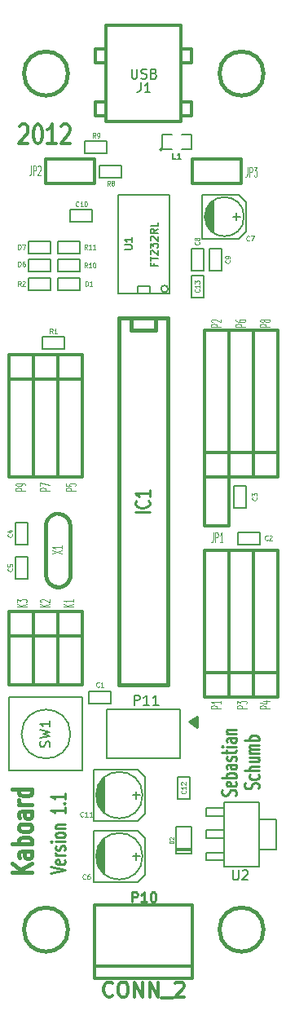
<source format=gto>
G04 (created by PCBNEW (2012-12-10 BZR 3844)-stable) date Thu 10 Jan 2013 10:49:57 AM CET*
%MOIN*%
G04 Gerber Fmt 3.4, Leading zero omitted, Abs format*
%FSLAX34Y34*%
G01*
G70*
G90*
G04 APERTURE LIST*
%ADD10C,0.006*%
%ADD11C,0.012*%
%ADD12C,0.0099*%
%ADD13C,0.015*%
%ADD14C,0.005*%
%ADD15C,0.008*%
%ADD16C,0.0049*%
%ADD17C,0.0079*%
%ADD18C,0.0045*%
%ADD19C,0.0113*%
%ADD20C,0.0039*%
%ADD21C,0.0077*%
%ADD22C,0.0078*%
%ADD23C,0.0047*%
%ADD24C,0.01*%
G04 APERTURE END LIST*
G54D10*
G54D11*
X922Y-4150D02*
X951Y-4112D01*
X1008Y-4074D01*
X1151Y-4074D01*
X1208Y-4112D01*
X1237Y-4150D01*
X1265Y-4226D01*
X1265Y-4302D01*
X1237Y-4417D01*
X894Y-4874D01*
X1265Y-4874D01*
X1636Y-4074D02*
X1693Y-4074D01*
X1750Y-4112D01*
X1779Y-4150D01*
X1808Y-4226D01*
X1836Y-4379D01*
X1836Y-4569D01*
X1808Y-4721D01*
X1779Y-4798D01*
X1750Y-4836D01*
X1693Y-4874D01*
X1636Y-4874D01*
X1579Y-4836D01*
X1550Y-4798D01*
X1522Y-4721D01*
X1493Y-4569D01*
X1493Y-4379D01*
X1522Y-4226D01*
X1550Y-4150D01*
X1579Y-4112D01*
X1636Y-4074D01*
X2407Y-4874D02*
X2064Y-4874D01*
X2236Y-4874D02*
X2236Y-4074D01*
X2179Y-4188D01*
X2121Y-4264D01*
X2064Y-4302D01*
X2635Y-4150D02*
X2664Y-4112D01*
X2721Y-4074D01*
X2864Y-4074D01*
X2921Y-4112D01*
X2950Y-4150D01*
X2978Y-4226D01*
X2978Y-4302D01*
X2950Y-4417D01*
X2607Y-4874D01*
X2978Y-4874D01*
G54D12*
X9761Y-31509D02*
X9789Y-31453D01*
X9789Y-31359D01*
X9761Y-31321D01*
X9732Y-31303D01*
X9676Y-31284D01*
X9620Y-31284D01*
X9564Y-31303D01*
X9535Y-31321D01*
X9507Y-31359D01*
X9479Y-31434D01*
X9451Y-31471D01*
X9423Y-31490D01*
X9367Y-31509D01*
X9310Y-31509D01*
X9254Y-31490D01*
X9226Y-31471D01*
X9198Y-31434D01*
X9198Y-31340D01*
X9226Y-31284D01*
X9761Y-30965D02*
X9789Y-31003D01*
X9789Y-31078D01*
X9761Y-31115D01*
X9704Y-31134D01*
X9479Y-31134D01*
X9423Y-31115D01*
X9395Y-31078D01*
X9395Y-31003D01*
X9423Y-30965D01*
X9479Y-30946D01*
X9535Y-30946D01*
X9592Y-31134D01*
X9789Y-30777D02*
X9198Y-30777D01*
X9423Y-30777D02*
X9395Y-30740D01*
X9395Y-30665D01*
X9423Y-30627D01*
X9451Y-30608D01*
X9507Y-30590D01*
X9676Y-30590D01*
X9732Y-30608D01*
X9761Y-30627D01*
X9789Y-30665D01*
X9789Y-30740D01*
X9761Y-30777D01*
X9789Y-30252D02*
X9479Y-30252D01*
X9423Y-30271D01*
X9395Y-30309D01*
X9395Y-30384D01*
X9423Y-30421D01*
X9761Y-30252D02*
X9789Y-30290D01*
X9789Y-30384D01*
X9761Y-30421D01*
X9704Y-30440D01*
X9648Y-30440D01*
X9592Y-30421D01*
X9564Y-30384D01*
X9564Y-30290D01*
X9535Y-30252D01*
X9761Y-30084D02*
X9789Y-30046D01*
X9789Y-29971D01*
X9761Y-29934D01*
X9704Y-29915D01*
X9676Y-29915D01*
X9620Y-29934D01*
X9592Y-29971D01*
X9592Y-30028D01*
X9564Y-30065D01*
X9507Y-30084D01*
X9479Y-30084D01*
X9423Y-30065D01*
X9395Y-30028D01*
X9395Y-29971D01*
X9423Y-29934D01*
X9395Y-29802D02*
X9395Y-29652D01*
X9198Y-29746D02*
X9704Y-29746D01*
X9761Y-29727D01*
X9789Y-29690D01*
X9789Y-29652D01*
X9789Y-29521D02*
X9395Y-29521D01*
X9198Y-29521D02*
X9226Y-29540D01*
X9254Y-29521D01*
X9226Y-29502D01*
X9198Y-29521D01*
X9254Y-29521D01*
X9789Y-29164D02*
X9479Y-29164D01*
X9423Y-29183D01*
X9395Y-29221D01*
X9395Y-29296D01*
X9423Y-29333D01*
X9761Y-29164D02*
X9789Y-29202D01*
X9789Y-29296D01*
X9761Y-29333D01*
X9704Y-29352D01*
X9648Y-29352D01*
X9592Y-29333D01*
X9564Y-29296D01*
X9564Y-29202D01*
X9535Y-29164D01*
X9395Y-28977D02*
X9789Y-28977D01*
X9451Y-28977D02*
X9423Y-28958D01*
X9395Y-28921D01*
X9395Y-28865D01*
X9423Y-28827D01*
X9479Y-28808D01*
X9789Y-28808D01*
X10687Y-31228D02*
X10715Y-31172D01*
X10715Y-31078D01*
X10687Y-31040D01*
X10658Y-31022D01*
X10602Y-31003D01*
X10546Y-31003D01*
X10490Y-31022D01*
X10461Y-31040D01*
X10433Y-31078D01*
X10405Y-31153D01*
X10377Y-31190D01*
X10349Y-31209D01*
X10293Y-31228D01*
X10236Y-31228D01*
X10180Y-31209D01*
X10152Y-31190D01*
X10124Y-31153D01*
X10124Y-31059D01*
X10152Y-31003D01*
X10687Y-30665D02*
X10715Y-30703D01*
X10715Y-30778D01*
X10687Y-30815D01*
X10658Y-30834D01*
X10602Y-30853D01*
X10433Y-30853D01*
X10377Y-30834D01*
X10349Y-30815D01*
X10321Y-30778D01*
X10321Y-30703D01*
X10349Y-30665D01*
X10715Y-30496D02*
X10124Y-30496D01*
X10715Y-30327D02*
X10405Y-30327D01*
X10349Y-30346D01*
X10321Y-30384D01*
X10321Y-30440D01*
X10349Y-30477D01*
X10377Y-30496D01*
X10321Y-29971D02*
X10715Y-29971D01*
X10321Y-30140D02*
X10630Y-30140D01*
X10687Y-30121D01*
X10715Y-30084D01*
X10715Y-30028D01*
X10687Y-29990D01*
X10658Y-29971D01*
X10715Y-29784D02*
X10321Y-29784D01*
X10377Y-29784D02*
X10349Y-29765D01*
X10321Y-29728D01*
X10321Y-29672D01*
X10349Y-29634D01*
X10405Y-29615D01*
X10715Y-29615D01*
X10405Y-29615D02*
X10349Y-29597D01*
X10321Y-29559D01*
X10321Y-29503D01*
X10349Y-29465D01*
X10405Y-29446D01*
X10715Y-29446D01*
X10715Y-29259D02*
X10124Y-29259D01*
X10349Y-29259D02*
X10321Y-29222D01*
X10321Y-29147D01*
X10349Y-29109D01*
X10377Y-29090D01*
X10433Y-29072D01*
X10602Y-29072D01*
X10658Y-29090D01*
X10687Y-29109D01*
X10715Y-29147D01*
X10715Y-29222D01*
X10687Y-29259D01*
X2198Y-34700D02*
X2789Y-34569D01*
X2198Y-34438D01*
X2761Y-34156D02*
X2789Y-34194D01*
X2789Y-34269D01*
X2761Y-34306D01*
X2704Y-34325D01*
X2479Y-34325D01*
X2423Y-34306D01*
X2395Y-34269D01*
X2395Y-34194D01*
X2423Y-34156D01*
X2479Y-34137D01*
X2535Y-34137D01*
X2592Y-34325D01*
X2789Y-33968D02*
X2395Y-33968D01*
X2507Y-33968D02*
X2451Y-33949D01*
X2423Y-33931D01*
X2395Y-33893D01*
X2395Y-33856D01*
X2761Y-33743D02*
X2789Y-33705D01*
X2789Y-33630D01*
X2761Y-33593D01*
X2704Y-33574D01*
X2676Y-33574D01*
X2620Y-33593D01*
X2592Y-33630D01*
X2592Y-33687D01*
X2564Y-33724D01*
X2507Y-33743D01*
X2479Y-33743D01*
X2423Y-33724D01*
X2395Y-33687D01*
X2395Y-33630D01*
X2423Y-33593D01*
X2789Y-33405D02*
X2395Y-33405D01*
X2198Y-33405D02*
X2226Y-33424D01*
X2254Y-33405D01*
X2226Y-33386D01*
X2198Y-33405D01*
X2254Y-33405D01*
X2789Y-33161D02*
X2761Y-33198D01*
X2732Y-33217D01*
X2676Y-33236D01*
X2507Y-33236D01*
X2451Y-33217D01*
X2423Y-33198D01*
X2395Y-33161D01*
X2395Y-33105D01*
X2423Y-33067D01*
X2451Y-33048D01*
X2507Y-33030D01*
X2676Y-33030D01*
X2732Y-33048D01*
X2761Y-33067D01*
X2789Y-33105D01*
X2789Y-33161D01*
X2395Y-32861D02*
X2789Y-32861D01*
X2451Y-32861D02*
X2423Y-32842D01*
X2395Y-32805D01*
X2395Y-32749D01*
X2423Y-32711D01*
X2479Y-32692D01*
X2789Y-32692D01*
X2789Y-31999D02*
X2789Y-32224D01*
X2789Y-32111D02*
X2198Y-32111D01*
X2282Y-32149D01*
X2338Y-32186D01*
X2367Y-32224D01*
X2732Y-31830D02*
X2761Y-31811D01*
X2789Y-31830D01*
X2761Y-31849D01*
X2732Y-31830D01*
X2789Y-31830D01*
X2789Y-31436D02*
X2789Y-31661D01*
X2789Y-31548D02*
X2198Y-31548D01*
X2282Y-31586D01*
X2338Y-31623D01*
X2367Y-31661D01*
G54D13*
X1424Y-34650D02*
X624Y-34650D01*
X1424Y-34307D02*
X967Y-34564D01*
X624Y-34307D02*
X1081Y-34650D01*
X1424Y-33793D02*
X1005Y-33793D01*
X929Y-33822D01*
X890Y-33879D01*
X890Y-33993D01*
X929Y-34050D01*
X1386Y-33793D02*
X1424Y-33850D01*
X1424Y-33993D01*
X1386Y-34050D01*
X1310Y-34079D01*
X1233Y-34079D01*
X1157Y-34050D01*
X1119Y-33993D01*
X1119Y-33850D01*
X1081Y-33793D01*
X1424Y-33507D02*
X624Y-33507D01*
X929Y-33507D02*
X890Y-33450D01*
X890Y-33336D01*
X929Y-33279D01*
X967Y-33250D01*
X1043Y-33221D01*
X1271Y-33221D01*
X1348Y-33250D01*
X1386Y-33279D01*
X1424Y-33336D01*
X1424Y-33450D01*
X1386Y-33507D01*
X1424Y-32878D02*
X1386Y-32936D01*
X1348Y-32964D01*
X1271Y-32993D01*
X1043Y-32993D01*
X967Y-32964D01*
X929Y-32936D01*
X890Y-32878D01*
X890Y-32793D01*
X929Y-32736D01*
X967Y-32707D01*
X1043Y-32678D01*
X1271Y-32678D01*
X1348Y-32707D01*
X1386Y-32736D01*
X1424Y-32793D01*
X1424Y-32878D01*
X1424Y-32164D02*
X1005Y-32164D01*
X929Y-32193D01*
X890Y-32250D01*
X890Y-32364D01*
X929Y-32421D01*
X1386Y-32164D02*
X1424Y-32221D01*
X1424Y-32364D01*
X1386Y-32421D01*
X1310Y-32450D01*
X1233Y-32450D01*
X1157Y-32421D01*
X1119Y-32364D01*
X1119Y-32221D01*
X1081Y-32164D01*
X1424Y-31878D02*
X890Y-31878D01*
X1043Y-31878D02*
X967Y-31850D01*
X929Y-31821D01*
X890Y-31764D01*
X890Y-31707D01*
X1424Y-31250D02*
X624Y-31250D01*
X1386Y-31250D02*
X1424Y-31307D01*
X1424Y-31421D01*
X1386Y-31479D01*
X1348Y-31507D01*
X1271Y-31536D01*
X1043Y-31536D01*
X967Y-31507D01*
X929Y-31479D01*
X890Y-31421D01*
X890Y-31307D01*
X929Y-31250D01*
X2000Y-22500D02*
X2000Y-20600D01*
X3000Y-20500D02*
X3000Y-22600D01*
X2400Y-20001D02*
G75*
G03X2001Y-20600I100J-499D01*
G74*
G01*
X3000Y-20500D02*
G75*
G03X2500Y-20000I-500J0D01*
G74*
G01*
X2400Y-22999D02*
G75*
G03X2999Y-22600I100J499D01*
G74*
G01*
X2000Y-22500D02*
G75*
G03X2500Y-23000I500J0D01*
G74*
G01*
G54D14*
X11435Y-32490D02*
X11435Y-33710D01*
X11435Y-33710D02*
X10730Y-33710D01*
X11435Y-32490D02*
X10730Y-32490D01*
X8565Y-33845D02*
X8565Y-34165D01*
X8565Y-34165D02*
X9270Y-34165D01*
X8565Y-33845D02*
X9270Y-33845D01*
X8565Y-32940D02*
X9270Y-32940D01*
X8565Y-33260D02*
X9270Y-33260D01*
X8565Y-32940D02*
X8565Y-33260D01*
X8565Y-32035D02*
X8565Y-32355D01*
X8565Y-32355D02*
X9270Y-32355D01*
X8565Y-32035D02*
X9270Y-32035D01*
X9270Y-34420D02*
X9270Y-31780D01*
X9270Y-31780D02*
X10730Y-31780D01*
X10730Y-31780D02*
X10730Y-34420D01*
X10730Y-34420D02*
X9270Y-34420D01*
G54D11*
X4000Y-5500D02*
X4000Y-6500D01*
X4000Y-6500D02*
X2000Y-6500D01*
X2000Y-6500D02*
X2000Y-5500D01*
X2000Y-5500D02*
X4000Y-5500D01*
G54D14*
X3000Y-29000D02*
G75*
G03X3000Y-29000I-1000J0D01*
G74*
G01*
X500Y-30500D02*
X500Y-27500D01*
X500Y-27500D02*
X3500Y-27500D01*
X3500Y-27500D02*
X3500Y-30500D01*
X500Y-30500D02*
X3500Y-30500D01*
X6991Y-10800D02*
G75*
G03X6991Y-10800I-141J0D01*
G74*
G01*
X5750Y-11000D02*
X5750Y-10700D01*
X5750Y-10700D02*
X6250Y-10700D01*
X6250Y-10700D02*
X6250Y-11000D01*
X7050Y-6950D02*
X7050Y-11000D01*
X4950Y-11000D02*
X4950Y-6950D01*
X4950Y-11000D02*
X7050Y-11000D01*
X4950Y-6950D02*
X7050Y-6950D01*
X6750Y-5100D02*
G75*
G03X6750Y-5100I-50J0D01*
G74*
G01*
X7150Y-5100D02*
X6750Y-5100D01*
X6750Y-5100D02*
X6750Y-4500D01*
X6750Y-4500D02*
X7150Y-4500D01*
X7550Y-4500D02*
X7950Y-4500D01*
X7950Y-4500D02*
X7950Y-5100D01*
X7950Y-5100D02*
X7550Y-5100D01*
X2500Y-9600D02*
X3400Y-9600D01*
X3400Y-9600D02*
X3400Y-10100D01*
X3400Y-10100D02*
X2500Y-10100D01*
X2500Y-10100D02*
X2500Y-9600D01*
X1850Y-12750D02*
X2750Y-12750D01*
X2750Y-12750D02*
X2750Y-13250D01*
X2750Y-13250D02*
X1850Y-13250D01*
X1850Y-13250D02*
X1850Y-12750D01*
X3750Y-27250D02*
X4650Y-27250D01*
X4650Y-27250D02*
X4650Y-27750D01*
X4650Y-27750D02*
X3750Y-27750D01*
X3750Y-27750D02*
X3750Y-27250D01*
X5100Y-6250D02*
X4200Y-6250D01*
X4200Y-6250D02*
X4200Y-5750D01*
X4200Y-5750D02*
X5100Y-5750D01*
X5100Y-5750D02*
X5100Y-6250D01*
X4500Y-5250D02*
X3600Y-5250D01*
X3600Y-5250D02*
X3600Y-4750D01*
X3600Y-4750D02*
X4500Y-4750D01*
X4500Y-4750D02*
X4500Y-5250D01*
X2500Y-8850D02*
X3400Y-8850D01*
X3400Y-8850D02*
X3400Y-9350D01*
X3400Y-9350D02*
X2500Y-9350D01*
X2500Y-9350D02*
X2500Y-8850D01*
X1300Y-8850D02*
X2200Y-8850D01*
X2200Y-8850D02*
X2200Y-9350D01*
X2200Y-9350D02*
X1300Y-9350D01*
X1300Y-9350D02*
X1300Y-8850D01*
X9850Y-20750D02*
X10750Y-20750D01*
X10750Y-20750D02*
X10750Y-21250D01*
X10750Y-21250D02*
X9850Y-21250D01*
X9850Y-21250D02*
X9850Y-20750D01*
X10200Y-18850D02*
X10200Y-19750D01*
X10200Y-19750D02*
X9700Y-19750D01*
X9700Y-19750D02*
X9700Y-18850D01*
X9700Y-18850D02*
X10200Y-18850D01*
X750Y-21250D02*
X750Y-20350D01*
X750Y-20350D02*
X1250Y-20350D01*
X1250Y-20350D02*
X1250Y-21250D01*
X1250Y-21250D02*
X750Y-21250D01*
X1250Y-21750D02*
X1250Y-22650D01*
X1250Y-22650D02*
X750Y-22650D01*
X750Y-22650D02*
X750Y-21750D01*
X750Y-21750D02*
X1250Y-21750D01*
X7950Y-10050D02*
X7950Y-9150D01*
X7950Y-9150D02*
X8450Y-9150D01*
X8450Y-9150D02*
X8450Y-10050D01*
X8450Y-10050D02*
X7950Y-10050D01*
X8700Y-10050D02*
X8700Y-9150D01*
X8700Y-9150D02*
X9200Y-9150D01*
X9200Y-9150D02*
X9200Y-10050D01*
X9200Y-10050D02*
X8700Y-10050D01*
X3900Y-8050D02*
X3000Y-8050D01*
X3000Y-8050D02*
X3000Y-7550D01*
X3000Y-7550D02*
X3900Y-7550D01*
X3900Y-7550D02*
X3900Y-8050D01*
X1300Y-9600D02*
X2200Y-9600D01*
X2200Y-9600D02*
X2200Y-10100D01*
X2200Y-10100D02*
X1300Y-10100D01*
X1300Y-10100D02*
X1300Y-9600D01*
G54D11*
X9500Y-27500D02*
X8500Y-27500D01*
X8500Y-27500D02*
X8500Y-21500D01*
X8500Y-21500D02*
X9500Y-21500D01*
X9500Y-21500D02*
X9500Y-27500D01*
X9500Y-26500D02*
X8500Y-26500D01*
X9500Y-18500D02*
X8500Y-18500D01*
X8500Y-18500D02*
X8500Y-12500D01*
X8500Y-12500D02*
X9500Y-12500D01*
X9500Y-12500D02*
X9500Y-18500D01*
X9500Y-17500D02*
X8500Y-17500D01*
X10500Y-27500D02*
X9500Y-27500D01*
X9500Y-27500D02*
X9500Y-21500D01*
X9500Y-21500D02*
X10500Y-21500D01*
X10500Y-21500D02*
X10500Y-27500D01*
X10500Y-26500D02*
X9500Y-26500D01*
X11500Y-27500D02*
X10500Y-27500D01*
X10500Y-27500D02*
X10500Y-21500D01*
X10500Y-21500D02*
X11500Y-21500D01*
X11500Y-21500D02*
X11500Y-27500D01*
X11500Y-26500D02*
X10500Y-26500D01*
X10500Y-18500D02*
X9500Y-18500D01*
X9500Y-18500D02*
X9500Y-12500D01*
X9500Y-12500D02*
X10500Y-12500D01*
X10500Y-12500D02*
X10500Y-18500D01*
X10500Y-17500D02*
X9500Y-17500D01*
X11500Y-18500D02*
X10500Y-18500D01*
X10500Y-18500D02*
X10500Y-12500D01*
X10500Y-12500D02*
X11500Y-12500D01*
X11500Y-12500D02*
X11500Y-18500D01*
X11500Y-17500D02*
X10500Y-17500D01*
X2500Y-13500D02*
X3500Y-13500D01*
X3500Y-13500D02*
X3500Y-18500D01*
X3500Y-18500D02*
X2500Y-18500D01*
X2500Y-18500D02*
X2500Y-13500D01*
X2500Y-14500D02*
X3500Y-14500D01*
X1500Y-13500D02*
X2500Y-13500D01*
X2500Y-13500D02*
X2500Y-18500D01*
X2500Y-18500D02*
X1500Y-18500D01*
X1500Y-18500D02*
X1500Y-13500D01*
X1500Y-14500D02*
X2500Y-14500D01*
X500Y-13500D02*
X1500Y-13500D01*
X1500Y-13500D02*
X1500Y-18500D01*
X1500Y-18500D02*
X500Y-18500D01*
X500Y-18500D02*
X500Y-13500D01*
X500Y-14500D02*
X1500Y-14500D01*
X500Y-24000D02*
X1500Y-24000D01*
X1500Y-24000D02*
X1500Y-27000D01*
X1500Y-27000D02*
X500Y-27000D01*
X500Y-27000D02*
X500Y-24000D01*
X1500Y-25000D02*
X500Y-25000D01*
X1500Y-24000D02*
X2500Y-24000D01*
X2500Y-24000D02*
X2500Y-27000D01*
X2500Y-27000D02*
X1500Y-27000D01*
X1500Y-27000D02*
X1500Y-24000D01*
X2500Y-25000D02*
X1500Y-25000D01*
X2500Y-24000D02*
X3500Y-24000D01*
X3500Y-24000D02*
X3500Y-27000D01*
X3500Y-27000D02*
X2500Y-27000D01*
X2500Y-27000D02*
X2500Y-24000D01*
X3500Y-25000D02*
X2500Y-25000D01*
X8000Y-6500D02*
X8000Y-5500D01*
X8000Y-5500D02*
X10000Y-5500D01*
X10000Y-5500D02*
X10000Y-6500D01*
X10000Y-6500D02*
X8000Y-6500D01*
X8500Y-18500D02*
X9500Y-18500D01*
X9500Y-18500D02*
X9500Y-20500D01*
X9500Y-20500D02*
X8500Y-20500D01*
X8500Y-20500D02*
X8500Y-18500D01*
G54D13*
X7000Y-12000D02*
X7000Y-27000D01*
X7000Y-27000D02*
X5000Y-27000D01*
X5000Y-27000D02*
X5000Y-12000D01*
X5000Y-12000D02*
X7000Y-12000D01*
X6500Y-12000D02*
X6500Y-12500D01*
X6500Y-12500D02*
X5500Y-12500D01*
X5500Y-12500D02*
X5500Y-12000D01*
G54D14*
X7400Y-31650D02*
X7400Y-30750D01*
X7400Y-30750D02*
X7900Y-30750D01*
X7900Y-30750D02*
X7900Y-31650D01*
X7900Y-31650D02*
X7400Y-31650D01*
X1300Y-10350D02*
X2200Y-10350D01*
X2200Y-10350D02*
X2200Y-10850D01*
X2200Y-10850D02*
X1300Y-10850D01*
X1300Y-10850D02*
X1300Y-10350D01*
X2500Y-10350D02*
X3400Y-10350D01*
X3400Y-10350D02*
X3400Y-10850D01*
X3400Y-10850D02*
X2500Y-10850D01*
X2500Y-10850D02*
X2500Y-10350D01*
G54D11*
X8000Y-38500D02*
X4000Y-38500D01*
X8000Y-39000D02*
X8000Y-36000D01*
X8000Y-36000D02*
X4000Y-36000D01*
X4000Y-36000D02*
X4000Y-39000D01*
X4000Y-39000D02*
X8000Y-39000D01*
G54D14*
X7335Y-33704D02*
X7965Y-33704D01*
X7965Y-33744D02*
X7335Y-33744D01*
X7965Y-32799D02*
X7965Y-33901D01*
X7965Y-33901D02*
X7335Y-33901D01*
X7335Y-33901D02*
X7335Y-32799D01*
X7335Y-32799D02*
X7965Y-32799D01*
G54D13*
X2900Y-2000D02*
G75*
G03X2900Y-2000I-900J0D01*
G74*
G01*
X10900Y-2000D02*
G75*
G03X10900Y-2000I-900J0D01*
G74*
G01*
X2900Y-37000D02*
G75*
G03X2900Y-37000I-900J0D01*
G74*
G01*
X10900Y-37000D02*
G75*
G03X10900Y-37000I-900J0D01*
G74*
G01*
G54D11*
X7535Y-3734D02*
X7969Y-3734D01*
X7969Y-3734D02*
X7969Y-3143D01*
X7969Y-3143D02*
X7535Y-3143D01*
X4031Y-3142D02*
X4465Y-3142D01*
X4031Y-3733D02*
X4031Y-3142D01*
X4465Y-3733D02*
X4031Y-3733D01*
X4465Y-1567D02*
X4031Y-1567D01*
X4031Y-1567D02*
X4031Y-976D01*
X4031Y-976D02*
X4465Y-976D01*
X7535Y-1567D02*
X7969Y-1567D01*
X7969Y-1567D02*
X7969Y-976D01*
X7969Y-976D02*
X7535Y-976D01*
X7535Y-31D02*
X4465Y-31D01*
X4465Y-31D02*
X4465Y-3969D01*
X4465Y-3969D02*
X7535Y-3969D01*
X7535Y-3969D02*
X7535Y-31D01*
G54D15*
X4500Y-28000D02*
X7500Y-28000D01*
X7500Y-30000D02*
X4500Y-30000D01*
X4500Y-30000D02*
X4500Y-28000D01*
X7500Y-28000D02*
X7500Y-30000D01*
G54D14*
X4100Y-33750D02*
X4100Y-34300D01*
X4150Y-33650D02*
X4150Y-34350D01*
X4200Y-33500D02*
X4200Y-34500D01*
X4250Y-34550D02*
X4250Y-33450D01*
X4300Y-33400D02*
X4300Y-34600D01*
X4350Y-34650D02*
X4350Y-33350D01*
X4400Y-33300D02*
X4400Y-34700D01*
X5950Y-34000D02*
G75*
G03X5950Y-34000I-950J0D01*
G74*
G01*
X3950Y-32950D02*
X5750Y-32950D01*
X5750Y-32950D02*
X6050Y-33250D01*
X6050Y-33250D02*
X6050Y-34750D01*
X6050Y-34750D02*
X5750Y-35050D01*
X5750Y-35050D02*
X3950Y-35050D01*
X3950Y-35050D02*
X3950Y-32950D01*
X5850Y-34000D02*
X5550Y-34000D01*
X5700Y-33850D02*
X5700Y-34150D01*
X4100Y-31250D02*
X4100Y-31800D01*
X4150Y-31150D02*
X4150Y-31850D01*
X4200Y-31000D02*
X4200Y-32000D01*
X4250Y-32050D02*
X4250Y-30950D01*
X4300Y-30900D02*
X4300Y-32100D01*
X4350Y-32150D02*
X4350Y-30850D01*
X4400Y-30800D02*
X4400Y-32200D01*
X5950Y-31500D02*
G75*
G03X5950Y-31500I-950J0D01*
G74*
G01*
X3950Y-30450D02*
X5750Y-30450D01*
X5750Y-30450D02*
X6050Y-30750D01*
X6050Y-30750D02*
X6050Y-32250D01*
X6050Y-32250D02*
X5750Y-32550D01*
X5750Y-32550D02*
X3950Y-32550D01*
X3950Y-32550D02*
X3950Y-30450D01*
X5850Y-31500D02*
X5550Y-31500D01*
X5700Y-31350D02*
X5700Y-31650D01*
X9950Y-7850D02*
X9650Y-7850D01*
X9800Y-7700D02*
X9800Y-8000D01*
X9900Y-8750D02*
X8400Y-8750D01*
X10200Y-7250D02*
X10200Y-8450D01*
X9900Y-8750D02*
X10200Y-8450D01*
X9900Y-6950D02*
X8400Y-6950D01*
X9900Y-6950D02*
X10200Y-7250D01*
X8500Y-7900D02*
X8500Y-7800D01*
X8550Y-7600D02*
X8550Y-8100D01*
X8600Y-8200D02*
X8600Y-7500D01*
X8650Y-8300D02*
X8650Y-7400D01*
X8700Y-7350D02*
X8700Y-8350D01*
X8750Y-8400D02*
X8750Y-7300D01*
X8800Y-7250D02*
X8800Y-8450D01*
X8850Y-7200D02*
X8850Y-8500D01*
X10100Y-7850D02*
G75*
G03X10100Y-7850I-800J0D01*
G74*
G01*
X8400Y-6950D02*
X8400Y-8750D01*
X8450Y-10250D02*
X8450Y-11150D01*
X8450Y-11150D02*
X7950Y-11150D01*
X7950Y-11150D02*
X7950Y-10250D01*
X7950Y-10250D02*
X8450Y-10250D01*
G54D16*
X2265Y-21610D02*
X2659Y-21479D01*
X2265Y-21479D02*
X2659Y-21610D01*
X2659Y-21300D02*
X2659Y-21412D01*
X2659Y-21356D02*
X2265Y-21356D01*
X2322Y-21375D01*
X2359Y-21394D01*
X2378Y-21412D01*
G54D17*
X9650Y-34565D02*
X9650Y-34884D01*
X9669Y-34922D01*
X9687Y-34941D01*
X9725Y-34959D01*
X9800Y-34959D01*
X9837Y-34941D01*
X9856Y-34922D01*
X9875Y-34884D01*
X9875Y-34565D01*
X10044Y-34603D02*
X10063Y-34584D01*
X10100Y-34565D01*
X10194Y-34565D01*
X10232Y-34584D01*
X10250Y-34603D01*
X10269Y-34641D01*
X10269Y-34678D01*
X10250Y-34734D01*
X10025Y-34959D01*
X10269Y-34959D01*
G54D16*
X1386Y-5765D02*
X1386Y-6047D01*
X1377Y-6103D01*
X1358Y-6141D01*
X1330Y-6159D01*
X1311Y-6159D01*
X1480Y-6159D02*
X1480Y-5765D01*
X1555Y-5765D01*
X1574Y-5784D01*
X1583Y-5803D01*
X1592Y-5841D01*
X1592Y-5897D01*
X1583Y-5934D01*
X1574Y-5953D01*
X1555Y-5972D01*
X1480Y-5972D01*
X1668Y-5803D02*
X1677Y-5784D01*
X1696Y-5765D01*
X1743Y-5765D01*
X1761Y-5784D01*
X1771Y-5803D01*
X1780Y-5841D01*
X1780Y-5878D01*
X1771Y-5934D01*
X1658Y-6159D01*
X1780Y-6159D01*
G54D15*
X2143Y-29533D02*
X2162Y-29476D01*
X2162Y-29380D01*
X2143Y-29342D01*
X2124Y-29323D01*
X2086Y-29304D01*
X2048Y-29304D01*
X2010Y-29323D01*
X1990Y-29342D01*
X1971Y-29380D01*
X1952Y-29457D01*
X1933Y-29495D01*
X1914Y-29514D01*
X1876Y-29533D01*
X1838Y-29533D01*
X1800Y-29514D01*
X1781Y-29495D01*
X1762Y-29457D01*
X1762Y-29361D01*
X1781Y-29304D01*
X1762Y-29171D02*
X2162Y-29076D01*
X1876Y-28999D01*
X2162Y-28923D01*
X1762Y-28828D01*
X2162Y-28466D02*
X2162Y-28695D01*
X2162Y-28581D02*
X1762Y-28581D01*
X1819Y-28619D01*
X1857Y-28657D01*
X1876Y-28695D01*
G54D14*
X5221Y-9179D02*
X5464Y-9179D01*
X5493Y-9164D01*
X5507Y-9150D01*
X5521Y-9121D01*
X5521Y-9064D01*
X5507Y-9036D01*
X5493Y-9021D01*
X5464Y-9007D01*
X5221Y-9007D01*
X5521Y-8707D02*
X5521Y-8879D01*
X5521Y-8793D02*
X5221Y-8793D01*
X5264Y-8822D01*
X5293Y-8850D01*
X5307Y-8879D01*
X6414Y-9772D02*
X6414Y-9872D01*
X6571Y-9872D02*
X6271Y-9872D01*
X6271Y-9729D01*
X6271Y-9657D02*
X6271Y-9486D01*
X6571Y-9572D02*
X6271Y-9572D01*
X6300Y-9400D02*
X6286Y-9386D01*
X6271Y-9357D01*
X6271Y-9286D01*
X6286Y-9257D01*
X6300Y-9243D01*
X6329Y-9228D01*
X6357Y-9228D01*
X6400Y-9243D01*
X6571Y-9414D01*
X6571Y-9228D01*
X6271Y-9128D02*
X6271Y-8942D01*
X6386Y-9042D01*
X6386Y-9000D01*
X6400Y-8971D01*
X6414Y-8957D01*
X6443Y-8942D01*
X6514Y-8942D01*
X6543Y-8957D01*
X6557Y-8971D01*
X6571Y-9000D01*
X6571Y-9085D01*
X6557Y-9114D01*
X6543Y-9128D01*
X6300Y-8828D02*
X6286Y-8814D01*
X6271Y-8785D01*
X6271Y-8714D01*
X6286Y-8685D01*
X6300Y-8671D01*
X6329Y-8656D01*
X6357Y-8656D01*
X6400Y-8671D01*
X6571Y-8842D01*
X6571Y-8656D01*
X6571Y-8356D02*
X6429Y-8456D01*
X6571Y-8528D02*
X6271Y-8528D01*
X6271Y-8413D01*
X6286Y-8385D01*
X6300Y-8370D01*
X6329Y-8356D01*
X6371Y-8356D01*
X6400Y-8370D01*
X6414Y-8385D01*
X6429Y-8413D01*
X6429Y-8528D01*
X6571Y-8085D02*
X6571Y-8228D01*
X6271Y-8228D01*
X7309Y-5501D02*
X7190Y-5501D01*
X7190Y-5251D01*
X7522Y-5501D02*
X7380Y-5501D01*
X7451Y-5501D02*
X7451Y-5251D01*
X7427Y-5287D01*
X7403Y-5311D01*
X7380Y-5323D01*
G54D18*
X3685Y-9931D02*
X3625Y-9836D01*
X3582Y-9931D02*
X3582Y-9731D01*
X3650Y-9731D01*
X3668Y-9740D01*
X3676Y-9750D01*
X3685Y-9769D01*
X3685Y-9798D01*
X3676Y-9817D01*
X3668Y-9826D01*
X3650Y-9836D01*
X3582Y-9836D01*
X3856Y-9931D02*
X3753Y-9931D01*
X3805Y-9931D02*
X3805Y-9731D01*
X3788Y-9760D01*
X3770Y-9779D01*
X3753Y-9788D01*
X3967Y-9731D02*
X3984Y-9731D01*
X4001Y-9740D01*
X4010Y-9750D01*
X4019Y-9769D01*
X4027Y-9807D01*
X4027Y-9855D01*
X4019Y-9893D01*
X4010Y-9912D01*
X4001Y-9921D01*
X3984Y-9931D01*
X3967Y-9931D01*
X3950Y-9921D01*
X3941Y-9912D01*
X3933Y-9893D01*
X3924Y-9855D01*
X3924Y-9807D01*
X3933Y-9769D01*
X3941Y-9750D01*
X3950Y-9740D01*
X3967Y-9731D01*
X2271Y-12631D02*
X2211Y-12536D01*
X2168Y-12631D02*
X2168Y-12431D01*
X2236Y-12431D01*
X2254Y-12440D01*
X2262Y-12450D01*
X2271Y-12469D01*
X2271Y-12498D01*
X2262Y-12517D01*
X2254Y-12526D01*
X2236Y-12536D01*
X2168Y-12536D01*
X2442Y-12631D02*
X2339Y-12631D01*
X2391Y-12631D02*
X2391Y-12431D01*
X2374Y-12460D01*
X2356Y-12479D01*
X2339Y-12488D01*
X4171Y-27062D02*
X4162Y-27071D01*
X4136Y-27081D01*
X4119Y-27081D01*
X4094Y-27071D01*
X4076Y-27052D01*
X4068Y-27033D01*
X4059Y-26995D01*
X4059Y-26967D01*
X4068Y-26929D01*
X4076Y-26910D01*
X4094Y-26890D01*
X4119Y-26881D01*
X4136Y-26881D01*
X4162Y-26890D01*
X4171Y-26900D01*
X4342Y-27081D02*
X4239Y-27081D01*
X4291Y-27081D02*
X4291Y-26881D01*
X4274Y-26910D01*
X4256Y-26929D01*
X4239Y-26938D01*
X4621Y-6581D02*
X4561Y-6486D01*
X4518Y-6581D02*
X4518Y-6381D01*
X4586Y-6381D01*
X4604Y-6390D01*
X4612Y-6400D01*
X4621Y-6419D01*
X4621Y-6448D01*
X4612Y-6467D01*
X4604Y-6476D01*
X4586Y-6486D01*
X4518Y-6486D01*
X4724Y-6467D02*
X4706Y-6457D01*
X4698Y-6448D01*
X4689Y-6429D01*
X4689Y-6419D01*
X4698Y-6400D01*
X4706Y-6390D01*
X4724Y-6381D01*
X4758Y-6381D01*
X4775Y-6390D01*
X4784Y-6400D01*
X4792Y-6419D01*
X4792Y-6429D01*
X4784Y-6448D01*
X4775Y-6457D01*
X4758Y-6467D01*
X4724Y-6467D01*
X4706Y-6476D01*
X4698Y-6486D01*
X4689Y-6505D01*
X4689Y-6543D01*
X4698Y-6562D01*
X4706Y-6571D01*
X4724Y-6581D01*
X4758Y-6581D01*
X4775Y-6571D01*
X4784Y-6562D01*
X4792Y-6543D01*
X4792Y-6505D01*
X4784Y-6486D01*
X4775Y-6476D01*
X4758Y-6467D01*
X4021Y-4631D02*
X3961Y-4536D01*
X3918Y-4631D02*
X3918Y-4431D01*
X3986Y-4431D01*
X4004Y-4440D01*
X4012Y-4450D01*
X4021Y-4469D01*
X4021Y-4498D01*
X4012Y-4517D01*
X4004Y-4526D01*
X3986Y-4536D01*
X3918Y-4536D01*
X4106Y-4631D02*
X4141Y-4631D01*
X4158Y-4621D01*
X4166Y-4612D01*
X4184Y-4583D01*
X4192Y-4545D01*
X4192Y-4469D01*
X4184Y-4450D01*
X4175Y-4440D01*
X4158Y-4431D01*
X4124Y-4431D01*
X4106Y-4440D01*
X4098Y-4450D01*
X4089Y-4469D01*
X4089Y-4517D01*
X4098Y-4536D01*
X4106Y-4545D01*
X4124Y-4555D01*
X4158Y-4555D01*
X4175Y-4545D01*
X4184Y-4536D01*
X4192Y-4517D01*
X3685Y-9181D02*
X3625Y-9086D01*
X3582Y-9181D02*
X3582Y-8981D01*
X3650Y-8981D01*
X3668Y-8990D01*
X3676Y-9000D01*
X3685Y-9019D01*
X3685Y-9048D01*
X3676Y-9067D01*
X3668Y-9076D01*
X3650Y-9086D01*
X3582Y-9086D01*
X3856Y-9181D02*
X3753Y-9181D01*
X3805Y-9181D02*
X3805Y-8981D01*
X3788Y-9010D01*
X3770Y-9029D01*
X3753Y-9038D01*
X4027Y-9181D02*
X3924Y-9181D01*
X3976Y-9181D02*
X3976Y-8981D01*
X3959Y-9010D01*
X3941Y-9029D01*
X3924Y-9038D01*
X868Y-9181D02*
X868Y-8981D01*
X911Y-8981D01*
X936Y-8990D01*
X954Y-9010D01*
X962Y-9029D01*
X971Y-9067D01*
X971Y-9095D01*
X962Y-9133D01*
X954Y-9152D01*
X936Y-9171D01*
X911Y-9181D01*
X868Y-9181D01*
X1031Y-8981D02*
X1151Y-8981D01*
X1074Y-9181D01*
X11071Y-21062D02*
X11062Y-21071D01*
X11036Y-21081D01*
X11019Y-21081D01*
X10994Y-21071D01*
X10976Y-21052D01*
X10968Y-21033D01*
X10959Y-20995D01*
X10959Y-20967D01*
X10968Y-20929D01*
X10976Y-20910D01*
X10994Y-20890D01*
X11019Y-20881D01*
X11036Y-20881D01*
X11062Y-20890D01*
X11071Y-20900D01*
X11139Y-20900D02*
X11148Y-20890D01*
X11165Y-20881D01*
X11208Y-20881D01*
X11225Y-20890D01*
X11234Y-20900D01*
X11242Y-20919D01*
X11242Y-20938D01*
X11234Y-20967D01*
X11131Y-21081D01*
X11242Y-21081D01*
X10612Y-19329D02*
X10621Y-19338D01*
X10631Y-19364D01*
X10631Y-19381D01*
X10621Y-19406D01*
X10602Y-19424D01*
X10583Y-19432D01*
X10545Y-19441D01*
X10517Y-19441D01*
X10479Y-19432D01*
X10460Y-19424D01*
X10440Y-19406D01*
X10431Y-19381D01*
X10431Y-19364D01*
X10440Y-19338D01*
X10450Y-19329D01*
X10431Y-19269D02*
X10431Y-19158D01*
X10507Y-19218D01*
X10507Y-19192D01*
X10517Y-19175D01*
X10526Y-19166D01*
X10545Y-19158D01*
X10593Y-19158D01*
X10612Y-19166D01*
X10621Y-19175D01*
X10631Y-19192D01*
X10631Y-19244D01*
X10621Y-19261D01*
X10612Y-19269D01*
X612Y-20829D02*
X621Y-20838D01*
X631Y-20864D01*
X631Y-20881D01*
X621Y-20906D01*
X602Y-20924D01*
X583Y-20932D01*
X545Y-20941D01*
X517Y-20941D01*
X479Y-20932D01*
X460Y-20924D01*
X440Y-20906D01*
X431Y-20881D01*
X431Y-20864D01*
X440Y-20838D01*
X450Y-20829D01*
X498Y-20675D02*
X631Y-20675D01*
X421Y-20718D02*
X564Y-20761D01*
X564Y-20649D01*
X612Y-22229D02*
X621Y-22238D01*
X631Y-22264D01*
X631Y-22281D01*
X621Y-22306D01*
X602Y-22324D01*
X583Y-22332D01*
X545Y-22341D01*
X517Y-22341D01*
X479Y-22332D01*
X460Y-22324D01*
X440Y-22306D01*
X431Y-22281D01*
X431Y-22264D01*
X440Y-22238D01*
X450Y-22229D01*
X431Y-22066D02*
X431Y-22152D01*
X526Y-22161D01*
X517Y-22152D01*
X507Y-22135D01*
X507Y-22092D01*
X517Y-22075D01*
X526Y-22066D01*
X545Y-22058D01*
X593Y-22058D01*
X612Y-22066D01*
X621Y-22075D01*
X631Y-22092D01*
X631Y-22135D01*
X621Y-22152D01*
X612Y-22161D01*
X8262Y-8879D02*
X8271Y-8888D01*
X8281Y-8914D01*
X8281Y-8931D01*
X8271Y-8956D01*
X8252Y-8974D01*
X8233Y-8982D01*
X8195Y-8991D01*
X8167Y-8991D01*
X8129Y-8982D01*
X8110Y-8974D01*
X8090Y-8956D01*
X8081Y-8931D01*
X8081Y-8914D01*
X8090Y-8888D01*
X8100Y-8879D01*
X8167Y-8776D02*
X8157Y-8794D01*
X8148Y-8802D01*
X8129Y-8811D01*
X8119Y-8811D01*
X8100Y-8802D01*
X8090Y-8794D01*
X8081Y-8776D01*
X8081Y-8742D01*
X8090Y-8725D01*
X8100Y-8716D01*
X8119Y-8708D01*
X8129Y-8708D01*
X8148Y-8716D01*
X8157Y-8725D01*
X8167Y-8742D01*
X8167Y-8776D01*
X8176Y-8794D01*
X8186Y-8802D01*
X8205Y-8811D01*
X8243Y-8811D01*
X8262Y-8802D01*
X8271Y-8794D01*
X8281Y-8776D01*
X8281Y-8742D01*
X8271Y-8725D01*
X8262Y-8716D01*
X8243Y-8708D01*
X8205Y-8708D01*
X8186Y-8716D01*
X8176Y-8725D01*
X8167Y-8742D01*
X9512Y-9629D02*
X9521Y-9638D01*
X9531Y-9664D01*
X9531Y-9681D01*
X9521Y-9706D01*
X9502Y-9724D01*
X9483Y-9732D01*
X9445Y-9741D01*
X9417Y-9741D01*
X9379Y-9732D01*
X9360Y-9724D01*
X9340Y-9706D01*
X9331Y-9681D01*
X9331Y-9664D01*
X9340Y-9638D01*
X9350Y-9629D01*
X9531Y-9544D02*
X9531Y-9509D01*
X9521Y-9492D01*
X9512Y-9484D01*
X9483Y-9466D01*
X9445Y-9458D01*
X9369Y-9458D01*
X9350Y-9466D01*
X9340Y-9475D01*
X9331Y-9492D01*
X9331Y-9526D01*
X9340Y-9544D01*
X9350Y-9552D01*
X9369Y-9561D01*
X9417Y-9561D01*
X9436Y-9552D01*
X9445Y-9544D01*
X9455Y-9526D01*
X9455Y-9492D01*
X9445Y-9475D01*
X9436Y-9466D01*
X9417Y-9458D01*
X3335Y-7412D02*
X3326Y-7421D01*
X3300Y-7431D01*
X3283Y-7431D01*
X3258Y-7421D01*
X3240Y-7402D01*
X3232Y-7383D01*
X3223Y-7345D01*
X3223Y-7317D01*
X3232Y-7279D01*
X3240Y-7260D01*
X3258Y-7240D01*
X3283Y-7231D01*
X3300Y-7231D01*
X3326Y-7240D01*
X3335Y-7250D01*
X3506Y-7431D02*
X3403Y-7431D01*
X3455Y-7431D02*
X3455Y-7231D01*
X3438Y-7260D01*
X3420Y-7279D01*
X3403Y-7288D01*
X3617Y-7231D02*
X3634Y-7231D01*
X3651Y-7240D01*
X3660Y-7250D01*
X3669Y-7269D01*
X3677Y-7307D01*
X3677Y-7355D01*
X3669Y-7393D01*
X3660Y-7412D01*
X3651Y-7421D01*
X3634Y-7431D01*
X3617Y-7431D01*
X3600Y-7421D01*
X3591Y-7412D01*
X3583Y-7393D01*
X3574Y-7355D01*
X3574Y-7307D01*
X3583Y-7269D01*
X3591Y-7250D01*
X3600Y-7240D01*
X3617Y-7231D01*
X868Y-9881D02*
X868Y-9681D01*
X911Y-9681D01*
X936Y-9690D01*
X954Y-9710D01*
X962Y-9729D01*
X971Y-9767D01*
X971Y-9795D01*
X962Y-9833D01*
X954Y-9852D01*
X936Y-9871D01*
X911Y-9881D01*
X868Y-9881D01*
X1125Y-9681D02*
X1091Y-9681D01*
X1074Y-9690D01*
X1065Y-9700D01*
X1048Y-9729D01*
X1039Y-9767D01*
X1039Y-9843D01*
X1048Y-9862D01*
X1056Y-9871D01*
X1074Y-9881D01*
X1108Y-9881D01*
X1125Y-9871D01*
X1134Y-9862D01*
X1142Y-9843D01*
X1142Y-9795D01*
X1134Y-9776D01*
X1125Y-9767D01*
X1108Y-9757D01*
X1074Y-9757D01*
X1056Y-9767D01*
X1048Y-9776D01*
X1039Y-9795D01*
G54D16*
X9159Y-27945D02*
X8765Y-27945D01*
X8765Y-27870D01*
X8784Y-27851D01*
X8803Y-27842D01*
X8841Y-27833D01*
X8897Y-27833D01*
X8934Y-27842D01*
X8953Y-27851D01*
X8972Y-27870D01*
X8972Y-27945D01*
X9159Y-27645D02*
X9159Y-27757D01*
X9159Y-27701D02*
X8765Y-27701D01*
X8822Y-27720D01*
X8859Y-27739D01*
X8878Y-27757D01*
X9159Y-12345D02*
X8765Y-12345D01*
X8765Y-12270D01*
X8784Y-12251D01*
X8803Y-12242D01*
X8841Y-12233D01*
X8897Y-12233D01*
X8934Y-12242D01*
X8953Y-12251D01*
X8972Y-12270D01*
X8972Y-12345D01*
X8803Y-12157D02*
X8784Y-12148D01*
X8765Y-12129D01*
X8765Y-12082D01*
X8784Y-12064D01*
X8803Y-12054D01*
X8841Y-12045D01*
X8878Y-12045D01*
X8934Y-12054D01*
X9159Y-12167D01*
X9159Y-12045D01*
X10209Y-27945D02*
X9815Y-27945D01*
X9815Y-27870D01*
X9834Y-27851D01*
X9853Y-27842D01*
X9891Y-27833D01*
X9947Y-27833D01*
X9984Y-27842D01*
X10003Y-27851D01*
X10022Y-27870D01*
X10022Y-27945D01*
X9815Y-27767D02*
X9815Y-27645D01*
X9966Y-27711D01*
X9966Y-27682D01*
X9984Y-27664D01*
X10003Y-27654D01*
X10041Y-27645D01*
X10134Y-27645D01*
X10172Y-27654D01*
X10191Y-27664D01*
X10209Y-27682D01*
X10209Y-27739D01*
X10191Y-27757D01*
X10172Y-27767D01*
X11159Y-27945D02*
X10765Y-27945D01*
X10765Y-27870D01*
X10784Y-27851D01*
X10803Y-27842D01*
X10841Y-27833D01*
X10897Y-27833D01*
X10934Y-27842D01*
X10953Y-27851D01*
X10972Y-27870D01*
X10972Y-27945D01*
X10897Y-27664D02*
X11159Y-27664D01*
X10747Y-27711D02*
X11028Y-27757D01*
X11028Y-27636D01*
X10159Y-12345D02*
X9765Y-12345D01*
X9765Y-12270D01*
X9784Y-12251D01*
X9803Y-12242D01*
X9841Y-12233D01*
X9897Y-12233D01*
X9934Y-12242D01*
X9953Y-12251D01*
X9972Y-12270D01*
X9972Y-12345D01*
X9765Y-12064D02*
X9765Y-12101D01*
X9784Y-12120D01*
X9803Y-12129D01*
X9859Y-12148D01*
X9934Y-12157D01*
X10084Y-12157D01*
X10122Y-12148D01*
X10141Y-12139D01*
X10159Y-12120D01*
X10159Y-12082D01*
X10141Y-12064D01*
X10122Y-12054D01*
X10084Y-12045D01*
X9991Y-12045D01*
X9953Y-12054D01*
X9934Y-12064D01*
X9916Y-12082D01*
X9916Y-12120D01*
X9934Y-12139D01*
X9953Y-12148D01*
X9991Y-12157D01*
X11159Y-12345D02*
X10765Y-12345D01*
X10765Y-12270D01*
X10784Y-12251D01*
X10803Y-12242D01*
X10841Y-12233D01*
X10897Y-12233D01*
X10934Y-12242D01*
X10953Y-12251D01*
X10972Y-12270D01*
X10972Y-12345D01*
X10934Y-12120D02*
X10916Y-12139D01*
X10897Y-12148D01*
X10859Y-12157D01*
X10841Y-12157D01*
X10803Y-12148D01*
X10784Y-12139D01*
X10765Y-12120D01*
X10765Y-12082D01*
X10784Y-12064D01*
X10803Y-12054D01*
X10841Y-12045D01*
X10859Y-12045D01*
X10897Y-12054D01*
X10916Y-12064D01*
X10934Y-12082D01*
X10934Y-12120D01*
X10953Y-12139D01*
X10972Y-12148D01*
X11009Y-12157D01*
X11084Y-12157D01*
X11122Y-12148D01*
X11141Y-12139D01*
X11159Y-12120D01*
X11159Y-12082D01*
X11141Y-12064D01*
X11122Y-12054D01*
X11084Y-12045D01*
X11009Y-12045D01*
X10972Y-12054D01*
X10953Y-12064D01*
X10934Y-12082D01*
X3209Y-19045D02*
X2815Y-19045D01*
X2815Y-18970D01*
X2834Y-18951D01*
X2853Y-18942D01*
X2891Y-18933D01*
X2947Y-18933D01*
X2984Y-18942D01*
X3003Y-18951D01*
X3022Y-18970D01*
X3022Y-19045D01*
X2815Y-18754D02*
X2815Y-18848D01*
X3003Y-18857D01*
X2984Y-18848D01*
X2966Y-18829D01*
X2966Y-18782D01*
X2984Y-18764D01*
X3003Y-18754D01*
X3041Y-18745D01*
X3134Y-18745D01*
X3172Y-18754D01*
X3191Y-18764D01*
X3209Y-18782D01*
X3209Y-18829D01*
X3191Y-18848D01*
X3172Y-18857D01*
X2159Y-19045D02*
X1765Y-19045D01*
X1765Y-18970D01*
X1784Y-18951D01*
X1803Y-18942D01*
X1841Y-18933D01*
X1897Y-18933D01*
X1934Y-18942D01*
X1953Y-18951D01*
X1972Y-18970D01*
X1972Y-19045D01*
X1765Y-18867D02*
X1765Y-18736D01*
X2159Y-18820D01*
X1159Y-19045D02*
X765Y-19045D01*
X765Y-18970D01*
X784Y-18951D01*
X803Y-18942D01*
X841Y-18933D01*
X897Y-18933D01*
X934Y-18942D01*
X953Y-18951D01*
X972Y-18970D01*
X972Y-19045D01*
X1159Y-18839D02*
X1159Y-18801D01*
X1141Y-18782D01*
X1122Y-18773D01*
X1066Y-18754D01*
X991Y-18745D01*
X841Y-18745D01*
X803Y-18754D01*
X784Y-18764D01*
X765Y-18782D01*
X765Y-18820D01*
X784Y-18839D01*
X803Y-18848D01*
X841Y-18857D01*
X934Y-18857D01*
X972Y-18848D01*
X991Y-18839D01*
X1009Y-18820D01*
X1009Y-18782D01*
X991Y-18764D01*
X972Y-18754D01*
X934Y-18745D01*
X1209Y-23795D02*
X815Y-23795D01*
X1209Y-23683D02*
X984Y-23767D01*
X815Y-23683D02*
X1041Y-23795D01*
X815Y-23617D02*
X815Y-23495D01*
X966Y-23561D01*
X966Y-23532D01*
X984Y-23514D01*
X1003Y-23504D01*
X1041Y-23495D01*
X1134Y-23495D01*
X1172Y-23504D01*
X1191Y-23514D01*
X1209Y-23532D01*
X1209Y-23589D01*
X1191Y-23607D01*
X1172Y-23617D01*
X2159Y-23795D02*
X1765Y-23795D01*
X2159Y-23683D02*
X1934Y-23767D01*
X1765Y-23683D02*
X1991Y-23795D01*
X1803Y-23607D02*
X1784Y-23598D01*
X1765Y-23579D01*
X1765Y-23532D01*
X1784Y-23514D01*
X1803Y-23504D01*
X1841Y-23495D01*
X1878Y-23495D01*
X1934Y-23504D01*
X2159Y-23617D01*
X2159Y-23495D01*
X3109Y-23795D02*
X2715Y-23795D01*
X3109Y-23683D02*
X2884Y-23767D01*
X2715Y-23683D02*
X2941Y-23795D01*
X3109Y-23495D02*
X3109Y-23607D01*
X3109Y-23551D02*
X2715Y-23551D01*
X2772Y-23570D01*
X2809Y-23589D01*
X2828Y-23607D01*
X10236Y-5815D02*
X10236Y-6097D01*
X10227Y-6153D01*
X10208Y-6191D01*
X10180Y-6209D01*
X10161Y-6209D01*
X10330Y-6209D02*
X10330Y-5815D01*
X10405Y-5815D01*
X10424Y-5834D01*
X10433Y-5853D01*
X10442Y-5891D01*
X10442Y-5947D01*
X10433Y-5984D01*
X10424Y-6003D01*
X10405Y-6022D01*
X10330Y-6022D01*
X10508Y-5815D02*
X10630Y-5815D01*
X10564Y-5966D01*
X10593Y-5966D01*
X10611Y-5984D01*
X10621Y-6003D01*
X10630Y-6041D01*
X10630Y-6134D01*
X10621Y-6172D01*
X10611Y-6191D01*
X10593Y-6209D01*
X10536Y-6209D01*
X10518Y-6191D01*
X10508Y-6172D01*
X8836Y-20765D02*
X8836Y-21047D01*
X8827Y-21103D01*
X8808Y-21141D01*
X8780Y-21159D01*
X8761Y-21159D01*
X8930Y-21159D02*
X8930Y-20765D01*
X9005Y-20765D01*
X9024Y-20784D01*
X9033Y-20803D01*
X9042Y-20841D01*
X9042Y-20897D01*
X9033Y-20934D01*
X9024Y-20953D01*
X9005Y-20972D01*
X8930Y-20972D01*
X9230Y-21159D02*
X9118Y-21159D01*
X9174Y-21159D02*
X9174Y-20765D01*
X9155Y-20822D01*
X9136Y-20859D01*
X9118Y-20878D01*
G54D19*
X6243Y-19939D02*
X5643Y-19939D01*
X6186Y-19468D02*
X6214Y-19489D01*
X6243Y-19553D01*
X6243Y-19596D01*
X6214Y-19661D01*
X6157Y-19703D01*
X6100Y-19725D01*
X5986Y-19746D01*
X5900Y-19746D01*
X5786Y-19725D01*
X5729Y-19703D01*
X5671Y-19661D01*
X5643Y-19596D01*
X5643Y-19553D01*
X5671Y-19489D01*
X5700Y-19468D01*
X6243Y-19039D02*
X6243Y-19296D01*
X6243Y-19168D02*
X5643Y-19168D01*
X5729Y-19211D01*
X5786Y-19253D01*
X5814Y-19296D01*
G54D18*
X7712Y-31315D02*
X7721Y-31324D01*
X7731Y-31350D01*
X7731Y-31367D01*
X7721Y-31392D01*
X7702Y-31410D01*
X7683Y-31418D01*
X7645Y-31427D01*
X7617Y-31427D01*
X7579Y-31418D01*
X7560Y-31410D01*
X7540Y-31392D01*
X7531Y-31367D01*
X7531Y-31350D01*
X7540Y-31324D01*
X7550Y-31315D01*
X7731Y-31144D02*
X7731Y-31247D01*
X7731Y-31195D02*
X7531Y-31195D01*
X7560Y-31212D01*
X7579Y-31230D01*
X7588Y-31247D01*
X7550Y-31076D02*
X7540Y-31067D01*
X7531Y-31050D01*
X7531Y-31007D01*
X7540Y-30990D01*
X7550Y-30981D01*
X7569Y-30973D01*
X7588Y-30973D01*
X7617Y-30981D01*
X7731Y-31084D01*
X7731Y-30973D01*
X971Y-10681D02*
X911Y-10586D01*
X868Y-10681D02*
X868Y-10481D01*
X936Y-10481D01*
X954Y-10490D01*
X962Y-10500D01*
X971Y-10519D01*
X971Y-10548D01*
X962Y-10567D01*
X954Y-10576D01*
X936Y-10586D01*
X868Y-10586D01*
X1039Y-10500D02*
X1048Y-10490D01*
X1065Y-10481D01*
X1108Y-10481D01*
X1125Y-10490D01*
X1134Y-10500D01*
X1142Y-10519D01*
X1142Y-10538D01*
X1134Y-10567D01*
X1031Y-10681D01*
X1142Y-10681D01*
X3618Y-10681D02*
X3618Y-10481D01*
X3661Y-10481D01*
X3686Y-10490D01*
X3704Y-10510D01*
X3712Y-10529D01*
X3721Y-10567D01*
X3721Y-10595D01*
X3712Y-10633D01*
X3704Y-10652D01*
X3686Y-10671D01*
X3661Y-10681D01*
X3618Y-10681D01*
X3892Y-10681D02*
X3789Y-10681D01*
X3841Y-10681D02*
X3841Y-10481D01*
X3824Y-10510D01*
X3806Y-10529D01*
X3789Y-10538D01*
G54D12*
X5522Y-35859D02*
X5522Y-35465D01*
X5672Y-35465D01*
X5709Y-35484D01*
X5728Y-35503D01*
X5747Y-35541D01*
X5747Y-35597D01*
X5728Y-35634D01*
X5709Y-35653D01*
X5672Y-35672D01*
X5522Y-35672D01*
X6122Y-35859D02*
X5897Y-35859D01*
X6010Y-35859D02*
X6010Y-35465D01*
X5972Y-35522D01*
X5935Y-35559D01*
X5897Y-35578D01*
X6366Y-35465D02*
X6403Y-35465D01*
X6441Y-35484D01*
X6460Y-35503D01*
X6478Y-35541D01*
X6497Y-35616D01*
X6497Y-35709D01*
X6478Y-35784D01*
X6460Y-35822D01*
X6441Y-35841D01*
X6403Y-35859D01*
X6366Y-35859D01*
X6328Y-35841D01*
X6310Y-35822D01*
X6291Y-35784D01*
X6272Y-35709D01*
X6272Y-35616D01*
X6291Y-35541D01*
X6310Y-35503D01*
X6328Y-35484D01*
X6366Y-35465D01*
G54D11*
X4729Y-39686D02*
X4700Y-39714D01*
X4614Y-39743D01*
X4557Y-39743D01*
X4472Y-39714D01*
X4414Y-39657D01*
X4386Y-39600D01*
X4357Y-39486D01*
X4357Y-39400D01*
X4386Y-39286D01*
X4414Y-39229D01*
X4472Y-39171D01*
X4557Y-39143D01*
X4614Y-39143D01*
X4700Y-39171D01*
X4729Y-39200D01*
X5100Y-39143D02*
X5214Y-39143D01*
X5272Y-39171D01*
X5329Y-39229D01*
X5357Y-39343D01*
X5357Y-39543D01*
X5329Y-39657D01*
X5272Y-39714D01*
X5214Y-39743D01*
X5100Y-39743D01*
X5043Y-39714D01*
X4986Y-39657D01*
X4957Y-39543D01*
X4957Y-39343D01*
X4986Y-39229D01*
X5043Y-39171D01*
X5100Y-39143D01*
X5615Y-39743D02*
X5615Y-39143D01*
X5958Y-39743D01*
X5958Y-39143D01*
X6244Y-39743D02*
X6244Y-39143D01*
X6587Y-39743D01*
X6587Y-39143D01*
X6730Y-39800D02*
X7187Y-39800D01*
X7301Y-39200D02*
X7330Y-39171D01*
X7387Y-39143D01*
X7530Y-39143D01*
X7587Y-39171D01*
X7616Y-39200D01*
X7644Y-39257D01*
X7644Y-39314D01*
X7616Y-39400D01*
X7273Y-39743D01*
X7644Y-39743D01*
G54D20*
X7213Y-33466D02*
X7056Y-33466D01*
X7056Y-33428D01*
X7064Y-33406D01*
X7078Y-33391D01*
X7093Y-33383D01*
X7123Y-33376D01*
X7146Y-33376D01*
X7176Y-33383D01*
X7191Y-33391D01*
X7206Y-33406D01*
X7213Y-33428D01*
X7213Y-33466D01*
X7071Y-33316D02*
X7064Y-33309D01*
X7056Y-33294D01*
X7056Y-33256D01*
X7064Y-33241D01*
X7071Y-33234D01*
X7086Y-33226D01*
X7101Y-33226D01*
X7123Y-33234D01*
X7213Y-33324D01*
X7213Y-33226D01*
G54D21*
X5870Y-2366D02*
X5870Y-2646D01*
X5851Y-2702D01*
X5814Y-2740D01*
X5758Y-2759D01*
X5720Y-2759D01*
X6262Y-2759D02*
X6038Y-2759D01*
X6150Y-2759D02*
X6150Y-2366D01*
X6113Y-2422D01*
X6075Y-2459D01*
X6038Y-2478D01*
G54D22*
X5505Y-1816D02*
X5505Y-2134D01*
X5523Y-2171D01*
X5542Y-2190D01*
X5579Y-2209D01*
X5654Y-2209D01*
X5692Y-2190D01*
X5710Y-2171D01*
X5729Y-2134D01*
X5729Y-1816D01*
X5898Y-2190D02*
X5954Y-2209D01*
X6048Y-2209D01*
X6085Y-2190D01*
X6104Y-2171D01*
X6122Y-2134D01*
X6122Y-2096D01*
X6104Y-2059D01*
X6085Y-2040D01*
X6048Y-2021D01*
X5973Y-2003D01*
X5935Y-1984D01*
X5917Y-1965D01*
X5898Y-1928D01*
X5898Y-1890D01*
X5917Y-1853D01*
X5935Y-1834D01*
X5973Y-1816D01*
X6066Y-1816D01*
X6122Y-1834D01*
X6422Y-2003D02*
X6478Y-2021D01*
X6496Y-2040D01*
X6515Y-2078D01*
X6515Y-2134D01*
X6496Y-2171D01*
X6478Y-2190D01*
X6440Y-2209D01*
X6291Y-2209D01*
X6291Y-1816D01*
X6422Y-1816D01*
X6459Y-1834D01*
X6478Y-1853D01*
X6496Y-1890D01*
X6496Y-1928D01*
X6478Y-1965D01*
X6459Y-1984D01*
X6422Y-2003D01*
X6291Y-2003D01*
G54D15*
X5614Y-27812D02*
X5614Y-27412D01*
X5767Y-27412D01*
X5805Y-27431D01*
X5824Y-27450D01*
X5843Y-27488D01*
X5843Y-27545D01*
X5824Y-27583D01*
X5805Y-27602D01*
X5767Y-27621D01*
X5614Y-27621D01*
X6224Y-27812D02*
X5995Y-27812D01*
X6109Y-27812D02*
X6109Y-27412D01*
X6071Y-27469D01*
X6033Y-27507D01*
X5995Y-27526D01*
X6605Y-27812D02*
X6376Y-27812D01*
X6490Y-27812D02*
X6490Y-27412D01*
X6452Y-27469D01*
X6414Y-27507D01*
X6376Y-27526D01*
G54D23*
X3617Y-34910D02*
X3608Y-34920D01*
X3580Y-34929D01*
X3561Y-34929D01*
X3533Y-34920D01*
X3514Y-34901D01*
X3505Y-34882D01*
X3496Y-34845D01*
X3496Y-34817D01*
X3505Y-34779D01*
X3514Y-34760D01*
X3533Y-34742D01*
X3561Y-34732D01*
X3580Y-34732D01*
X3608Y-34742D01*
X3617Y-34751D01*
X3786Y-34732D02*
X3749Y-34732D01*
X3730Y-34742D01*
X3721Y-34751D01*
X3702Y-34779D01*
X3693Y-34817D01*
X3693Y-34892D01*
X3702Y-34910D01*
X3711Y-34920D01*
X3730Y-34929D01*
X3768Y-34929D01*
X3786Y-34920D01*
X3796Y-34910D01*
X3805Y-34892D01*
X3805Y-34845D01*
X3796Y-34826D01*
X3786Y-34817D01*
X3768Y-34807D01*
X3730Y-34807D01*
X3711Y-34817D01*
X3702Y-34826D01*
X3693Y-34845D01*
X3523Y-32360D02*
X3514Y-32370D01*
X3486Y-32379D01*
X3467Y-32379D01*
X3439Y-32370D01*
X3420Y-32351D01*
X3411Y-32332D01*
X3402Y-32295D01*
X3402Y-32267D01*
X3411Y-32229D01*
X3420Y-32210D01*
X3439Y-32192D01*
X3467Y-32182D01*
X3486Y-32182D01*
X3514Y-32192D01*
X3523Y-32201D01*
X3711Y-32379D02*
X3599Y-32379D01*
X3655Y-32379D02*
X3655Y-32182D01*
X3636Y-32210D01*
X3617Y-32229D01*
X3599Y-32239D01*
X3899Y-32379D02*
X3787Y-32379D01*
X3843Y-32379D02*
X3843Y-32182D01*
X3824Y-32210D01*
X3805Y-32229D01*
X3787Y-32239D01*
X10317Y-8810D02*
X10308Y-8820D01*
X10280Y-8829D01*
X10261Y-8829D01*
X10233Y-8820D01*
X10214Y-8801D01*
X10205Y-8782D01*
X10196Y-8745D01*
X10196Y-8717D01*
X10205Y-8679D01*
X10214Y-8660D01*
X10233Y-8642D01*
X10261Y-8632D01*
X10280Y-8632D01*
X10308Y-8642D01*
X10317Y-8651D01*
X10383Y-8632D02*
X10514Y-8632D01*
X10430Y-8829D01*
G54D18*
X8262Y-10815D02*
X8271Y-10824D01*
X8281Y-10850D01*
X8281Y-10867D01*
X8271Y-10892D01*
X8252Y-10910D01*
X8233Y-10918D01*
X8195Y-10927D01*
X8167Y-10927D01*
X8129Y-10918D01*
X8110Y-10910D01*
X8090Y-10892D01*
X8081Y-10867D01*
X8081Y-10850D01*
X8090Y-10824D01*
X8100Y-10815D01*
X8281Y-10644D02*
X8281Y-10747D01*
X8281Y-10695D02*
X8081Y-10695D01*
X8110Y-10712D01*
X8129Y-10730D01*
X8138Y-10747D01*
X8081Y-10584D02*
X8081Y-10473D01*
X8157Y-10533D01*
X8157Y-10507D01*
X8167Y-10490D01*
X8176Y-10481D01*
X8195Y-10473D01*
X8243Y-10473D01*
X8262Y-10481D01*
X8271Y-10490D01*
X8281Y-10507D01*
X8281Y-10559D01*
X8271Y-10576D01*
X8262Y-10584D01*
G54D10*
G36*
X8200Y-28712D02*
X7847Y-28500D01*
X8200Y-28288D01*
X8200Y-28712D01*
X8200Y-28712D01*
G37*
G54D24*
X8200Y-28712D02*
X7847Y-28500D01*
X8200Y-28288D01*
X8200Y-28712D01*
M02*

</source>
